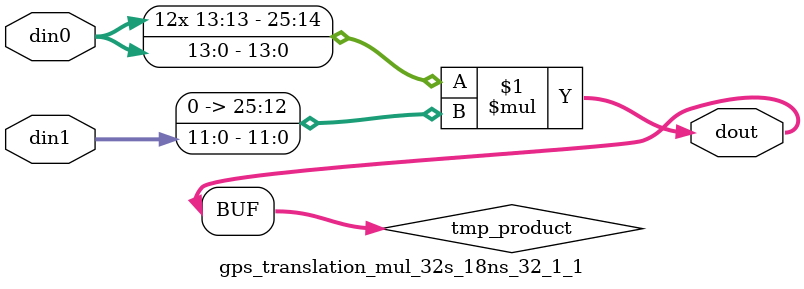
<source format=v>

`timescale 1 ns / 1 ps

  module gps_translation_mul_32s_18ns_32_1_1(din0, din1, dout);
parameter ID = 1;
parameter NUM_STAGE = 0;
parameter din0_WIDTH = 14;
parameter din1_WIDTH = 12;
parameter dout_WIDTH = 26;

input [din0_WIDTH - 1 : 0] din0; 
input [din1_WIDTH - 1 : 0] din1; 
output [dout_WIDTH - 1 : 0] dout;

wire signed [dout_WIDTH - 1 : 0] tmp_product;












assign tmp_product = $signed(din0) * $signed({1'b0, din1});









assign dout = tmp_product;







endmodule

</source>
